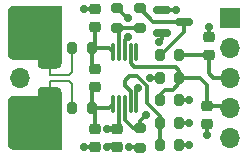
<source format=gbr>
%TF.GenerationSoftware,KiCad,Pcbnew,7.0.9*%
%TF.CreationDate,2024-01-07T19:57:38+00:00*%
%TF.ProjectId,INA381 Breakout,494e4133-3831-4204-9272-65616b6f7574,V24.01.0.1*%
%TF.SameCoordinates,PX8841978PY54c5a90*%
%TF.FileFunction,Copper,L1,Top*%
%TF.FilePolarity,Positive*%
%FSLAX46Y46*%
G04 Gerber Fmt 4.6, Leading zero omitted, Abs format (unit mm)*
G04 Created by KiCad (PCBNEW 7.0.9) date 2024-01-07 19:57:38*
%MOMM*%
%LPD*%
G01*
G04 APERTURE LIST*
G04 Aperture macros list*
%AMRoundRect*
0 Rectangle with rounded corners*
0 $1 Rounding radius*
0 $2 $3 $4 $5 $6 $7 $8 $9 X,Y pos of 4 corners*
0 Add a 4 corners polygon primitive as box body*
4,1,4,$2,$3,$4,$5,$6,$7,$8,$9,$2,$3,0*
0 Add four circle primitives for the rounded corners*
1,1,$1+$1,$2,$3*
1,1,$1+$1,$4,$5*
1,1,$1+$1,$6,$7*
1,1,$1+$1,$8,$9*
0 Add four rect primitives between the rounded corners*
20,1,$1+$1,$2,$3,$4,$5,0*
20,1,$1+$1,$4,$5,$6,$7,0*
20,1,$1+$1,$6,$7,$8,$9,0*
20,1,$1+$1,$8,$9,$2,$3,0*%
G04 Aperture macros list end*
%TA.AperFunction,SMDPad,CuDef*%
%ADD10RoundRect,0.225000X-0.250000X0.225000X-0.250000X-0.225000X0.250000X-0.225000X0.250000X0.225000X0*%
%TD*%
%TA.AperFunction,SMDPad,CuDef*%
%ADD11RoundRect,0.200000X0.275000X-0.200000X0.275000X0.200000X-0.275000X0.200000X-0.275000X-0.200000X0*%
%TD*%
%TA.AperFunction,SMDPad,CuDef*%
%ADD12RoundRect,0.225000X0.250000X-0.225000X0.250000X0.225000X-0.250000X0.225000X-0.250000X-0.225000X0*%
%TD*%
%TA.AperFunction,SMDPad,CuDef*%
%ADD13RoundRect,0.200000X-0.200000X-0.275000X0.200000X-0.275000X0.200000X0.275000X-0.200000X0.275000X0*%
%TD*%
%TA.AperFunction,SMDPad,CuDef*%
%ADD14RoundRect,0.250000X0.625000X-0.312500X0.625000X0.312500X-0.625000X0.312500X-0.625000X-0.312500X0*%
%TD*%
%TA.AperFunction,SMDPad,CuDef*%
%ADD15RoundRect,0.075000X0.075000X-0.650000X0.075000X0.650000X-0.075000X0.650000X-0.075000X-0.650000X0*%
%TD*%
%TA.AperFunction,SMDPad,CuDef*%
%ADD16RoundRect,0.150000X-0.587500X-0.150000X0.587500X-0.150000X0.587500X0.150000X-0.587500X0.150000X0*%
%TD*%
%TA.AperFunction,SMDPad,CuDef*%
%ADD17RoundRect,0.200000X0.200000X0.275000X-0.200000X0.275000X-0.200000X-0.275000X0.200000X-0.275000X0*%
%TD*%
%TA.AperFunction,SMDPad,CuDef*%
%ADD18R,2.000000X2.000000*%
%TD*%
%TA.AperFunction,ComponentPad*%
%ADD19R,1.700000X1.700000*%
%TD*%
%TA.AperFunction,ComponentPad*%
%ADD20O,1.700000X1.700000*%
%TD*%
%TA.AperFunction,ViaPad*%
%ADD21C,0.700000*%
%TD*%
%TA.AperFunction,Conductor*%
%ADD22C,0.300000*%
%TD*%
%TA.AperFunction,Conductor*%
%ADD23C,0.500000*%
%TD*%
%TA.AperFunction,Conductor*%
%ADD24C,0.127000*%
%TD*%
G04 APERTURE END LIST*
D10*
%TO.P,C6,1*%
%TO.N,/CMPREF*%
X15875000Y-2400000D03*
%TO.P,C6,2*%
%TO.N,GND*%
X15875000Y-3950000D03*
%TD*%
D11*
%TO.P,R3,1*%
%TO.N,/VOUT*%
X10160000Y4245000D03*
%TO.P,R3,2*%
%TO.N,Net-(D1-COM)*%
X10160000Y5895000D03*
%TD*%
D12*
%TO.P,C2,1*%
%TO.N,/IN+*%
X6350000Y-785000D03*
%TO.P,C2,2*%
%TO.N,/IN-*%
X6350000Y765000D03*
%TD*%
D13*
%TO.P,R7,1*%
%TO.N,VDD*%
X11875000Y-10000D03*
%TO.P,R7,2*%
%TO.N,/CMPREF*%
X13525000Y-10000D03*
%TD*%
D12*
%TO.P,C5,1*%
%TO.N,/IN-*%
X6350000Y4295000D03*
%TO.P,C5,2*%
%TO.N,GND*%
X6350000Y5845000D03*
%TD*%
D14*
%TO.P,R5,1*%
%TO.N,/RES+*%
X2540000Y-1472500D03*
%TO.P,R5,2*%
%TO.N,/RES-*%
X2540000Y1452500D03*
%TD*%
D15*
%TO.P,U1,1,IN+*%
%TO.N,/IN+*%
X7890000Y-2210000D03*
%TO.P,U1,2,VS+*%
%TO.N,VDD*%
X8390000Y-2210000D03*
%TO.P,U1,3,~{ALERT}*%
%TO.N,/~{ALERT}*%
X8890000Y-2210000D03*
%TO.P,U1,4,RESET*%
%TO.N,/RESET*%
X9390000Y-2210000D03*
%TO.P,U1,5,GND*%
%TO.N,GND*%
X9890000Y-2210000D03*
%TO.P,U1,6,NC*%
%TO.N,unconnected-(U1-NC-Pad6)*%
X9890000Y2190000D03*
%TO.P,U1,7,CMPREF*%
%TO.N,/CMPREF*%
X9390000Y2190000D03*
%TO.P,U1,8,CMPIN*%
%TO.N,/CMPIN*%
X8890000Y2190000D03*
%TO.P,U1,9,VOUT*%
%TO.N,/VOUT*%
X8390000Y2190000D03*
%TO.P,U1,10,IN-*%
%TO.N,/IN-*%
X7890000Y2190000D03*
%TD*%
D16*
%TO.P,D1,1,A*%
%TO.N,GND*%
X12065000Y5700000D03*
%TO.P,D1,2,K*%
%TO.N,VDD*%
X12065000Y3800000D03*
%TO.P,D1,3,COM*%
%TO.N,Net-(D1-COM)*%
X13940000Y4750000D03*
%TD*%
D11*
%TO.P,R6,1*%
%TO.N,/VOUT*%
X8255000Y4245000D03*
%TO.P,R6,2*%
%TO.N,/CMPIN*%
X8255000Y5895000D03*
%TD*%
D13*
%TO.P,R11,1*%
%TO.N,/RESET*%
X11875000Y-5725000D03*
%TO.P,R11,2*%
%TO.N,GND*%
X13525000Y-5725000D03*
%TD*%
D12*
%TO.P,C3,1*%
%TO.N,Net-(J1-Pin_3)*%
X16002000Y1905000D03*
%TO.P,C3,2*%
%TO.N,GND*%
X16002000Y3455000D03*
%TD*%
D17*
%TO.P,R9,1*%
%TO.N,VDD*%
X13525000Y-3820000D03*
%TO.P,R9,2*%
%TO.N,/RESET*%
X11875000Y-3820000D03*
%TD*%
D13*
%TO.P,R10,1*%
%TO.N,/CMPREF*%
X11875000Y-1915000D03*
%TO.P,R10,2*%
%TO.N,GND*%
X13525000Y-1915000D03*
%TD*%
%TO.P,R4,1*%
%TO.N,Net-(D1-COM)*%
X11875000Y1895000D03*
%TO.P,R4,2*%
%TO.N,Net-(J1-Pin_3)*%
X13525000Y1895000D03*
%TD*%
D10*
%TO.P,C4,1*%
%TO.N,/IN+*%
X6350000Y-4315000D03*
%TO.P,C4,2*%
%TO.N,GND*%
X6350000Y-5865000D03*
%TD*%
D18*
%TO.P,J3,1,Pin_1*%
%TO.N,/RES+*%
X2540000Y-5090000D03*
%TD*%
D13*
%TO.P,R2,1*%
%TO.N,/RES+*%
X4445000Y-2550000D03*
%TO.P,R2,2*%
%TO.N,/IN+*%
X6095000Y-2550000D03*
%TD*%
%TO.P,R8,1*%
%TO.N,/RES-*%
X4445000Y2530000D03*
%TO.P,R8,2*%
%TO.N,/IN-*%
X6095000Y2530000D03*
%TD*%
D12*
%TO.P,C1,1*%
%TO.N,GND*%
X8255000Y-5865000D03*
%TO.P,C1,2*%
%TO.N,VDD*%
X8255000Y-4315000D03*
%TD*%
D18*
%TO.P,J5,1,Pin_1*%
%TO.N,/RES-*%
X2540000Y5080000D03*
%TD*%
D11*
%TO.P,R1,1*%
%TO.N,VDD*%
X10160000Y-5915000D03*
%TO.P,R1,2*%
%TO.N,/~{ALERT}*%
X10160000Y-4265000D03*
%TD*%
D19*
%TO.P,J1,1,Pin_1*%
%TO.N,VDD*%
X17780000Y5080000D03*
D20*
%TO.P,J1,2,Pin_2*%
%TO.N,/~{ALERT}*%
X17780000Y2540000D03*
%TO.P,J1,3,Pin_3*%
%TO.N,Net-(J1-Pin_3)*%
X17780000Y0D03*
%TO.P,J1,4,Pin_4*%
%TO.N,/CMPREF*%
X17780000Y-2540000D03*
%TO.P,J1,5,Pin_5*%
%TO.N,GND*%
X17780000Y-5080000D03*
%TD*%
D19*
%TO.P,J2,1,Pin_1*%
%TO.N,/RES+*%
X0Y-5080000D03*
D20*
%TO.P,J2,2,Pin_2*%
X0Y-2540000D03*
%TO.P,J2,3,Pin_3*%
%TO.N,unconnected-(J2-Pin_3-Pad3)*%
X0Y0D03*
%TO.P,J2,4,Pin_4*%
%TO.N,/RES-*%
X0Y2540000D03*
%TO.P,J2,5,Pin_5*%
X0Y5080000D03*
%TD*%
D21*
%TO.N,GND*%
X15875000Y-4826000D03*
X5474000Y-5865000D03*
X13208000Y5700000D03*
X14351000Y-1915000D03*
X14351000Y-5725000D03*
X16002000Y4318000D03*
X9981750Y-837750D03*
X5461000Y5845000D03*
X7366000Y-5842000D03*
%TO.N,VDD*%
X11811000Y3048000D03*
X11049000Y-10000D03*
X14351000Y-3834500D03*
X9271000Y-5842000D03*
X7366000Y-4318000D03*
%TO.N,/~{ALERT}*%
X10668000Y-3185000D03*
%TO.N,/CMPIN*%
X9144000Y5080000D03*
X9144000Y3429000D03*
%TD*%
D22*
%TO.N,GND*%
X15875000Y-3950000D02*
X15875000Y-4826000D01*
%TO.N,/CMPREF*%
X15230000Y-10000D02*
X13525000Y-10000D01*
X15240000Y0D02*
X15230000Y-10000D01*
X15875000Y-635000D02*
X15240000Y0D01*
X15875000Y-2400000D02*
X15875000Y-635000D01*
X17640000Y-2400000D02*
X17780000Y-2540000D01*
X15875000Y-2400000D02*
X17640000Y-2400000D01*
D23*
%TO.N,GND*%
X7410341Y-5797659D02*
X8255000Y-5797659D01*
X7366000Y-5842000D02*
X7410341Y-5797659D01*
D22*
X13525000Y-1915000D02*
X14351000Y-1915000D01*
X8255000Y-5865000D02*
X8255000Y-5797659D01*
X9890000Y-929500D02*
X9890000Y-2210000D01*
X16002000Y3455000D02*
X16002000Y4318000D01*
X9981750Y-837750D02*
X9890000Y-929500D01*
X5461000Y5845000D02*
X6350000Y5845000D01*
X13208000Y5700000D02*
X12065000Y5700000D01*
X5474000Y-5865000D02*
X6350000Y-5865000D01*
X13525000Y-5725000D02*
X14351000Y-5725000D01*
%TO.N,VDD*%
X8390000Y-2210000D02*
X8390000Y-4180000D01*
X10087000Y-5842000D02*
X10160000Y-5915000D01*
X11811000Y3048000D02*
X12065000Y3302000D01*
X9271000Y-5842000D02*
X10087000Y-5842000D01*
X8390000Y-4180000D02*
X8255000Y-4315000D01*
X14351000Y-3834500D02*
X14336500Y-3820000D01*
X12065000Y3302000D02*
X12065000Y3800000D01*
D23*
X7366000Y-4318000D02*
X8252000Y-4318000D01*
X8252000Y-4318000D02*
X8255000Y-4315000D01*
D22*
X11049000Y-10000D02*
X11875000Y-10000D01*
X14336500Y-3820000D02*
X13525000Y-3820000D01*
%TO.N,Net-(J1-Pin_3)*%
X16002000Y381000D02*
X16383000Y0D01*
X16383000Y0D02*
X17780000Y0D01*
X13525000Y1895000D02*
X15992000Y1895000D01*
X16002000Y1905000D02*
X16002000Y381000D01*
X15992000Y1895000D02*
X16002000Y1905000D01*
%TO.N,Net-(D1-COM)*%
X11928000Y1895000D02*
X13940000Y3907000D01*
X11305000Y4750000D02*
X13940000Y4750000D01*
X10160000Y5895000D02*
X11305000Y4750000D01*
X13940000Y3907000D02*
X13940000Y4750000D01*
X11875000Y1895000D02*
X11928000Y1895000D01*
D24*
%TO.N,/RES+*%
X2540000Y-264000D02*
X2540000Y-1472500D01*
X4445000Y-518000D02*
X4191000Y-264000D01*
X4191000Y-264000D02*
X2540000Y-264000D01*
X4445000Y-2550000D02*
X4445000Y-518000D01*
%TO.N,/RES-*%
X4191000Y244000D02*
X2540000Y244000D01*
X4445000Y2530000D02*
X4445000Y498000D01*
X4445000Y498000D02*
X4191000Y244000D01*
X2540000Y244000D02*
X2540000Y1452500D01*
D22*
%TO.N,/IN+*%
X7550000Y-2550000D02*
X7890000Y-2210000D01*
X6350000Y-4315000D02*
X6350000Y-2805000D01*
X6095000Y-2550000D02*
X7550000Y-2550000D01*
X6350000Y-2805000D02*
X6095000Y-2550000D01*
X6095000Y-2550000D02*
X6095000Y-1040000D01*
X6095000Y-1040000D02*
X6350000Y-785000D01*
%TO.N,/IN-*%
X6095000Y2530000D02*
X7550000Y2530000D01*
X6350000Y2785000D02*
X6095000Y2530000D01*
X6095000Y1020000D02*
X6350000Y765000D01*
X6095000Y2530000D02*
X6095000Y1020000D01*
X6350000Y4295000D02*
X6350000Y2785000D01*
X7550000Y2530000D02*
X7890000Y2190000D01*
%TO.N,/~{ALERT}*%
X8890000Y-2210000D02*
X8890000Y-3556000D01*
X9599000Y-4265000D02*
X10160000Y-4265000D01*
X8890000Y-3556000D02*
X9599000Y-4265000D01*
X10160000Y-3693000D02*
X10160000Y-4265000D01*
X10668000Y-3185000D02*
X10160000Y-3693000D01*
%TO.N,/CMPREF*%
X13208000Y889000D02*
X13525000Y572000D01*
X9390000Y2190000D02*
X9390000Y1216642D01*
X9717642Y889000D02*
X13208000Y889000D01*
X12319000Y-1016000D02*
X11875000Y-1460000D01*
X13525000Y572000D02*
X13525000Y-10000D01*
X9390000Y1216642D02*
X9717642Y889000D01*
X13525000Y-455000D02*
X12964000Y-1016000D01*
X12964000Y-1016000D02*
X12319000Y-1016000D01*
X11875000Y-1460000D02*
X11875000Y-1915000D01*
X13525000Y-10000D02*
X13525000Y-455000D01*
%TO.N,/VOUT*%
X8390000Y4110000D02*
X8255000Y4245000D01*
X8390000Y2190000D02*
X8390000Y4110000D01*
X8255000Y4245000D02*
X10160000Y4245000D01*
%TO.N,/CMPIN*%
X8890000Y3175000D02*
X8890000Y2190000D01*
X9144000Y3429000D02*
X8890000Y3175000D01*
X9070000Y5080000D02*
X8255000Y5895000D01*
X9144000Y5080000D02*
X9070000Y5080000D01*
%TO.N,/RESET*%
X11875000Y-3820000D02*
X11875000Y-5725000D01*
X10795000Y-2159000D02*
X11875000Y-3239000D01*
X11875000Y-3239000D02*
X11875000Y-3820000D01*
X9390000Y-1165239D02*
X8890000Y-665239D01*
X8890000Y-254000D02*
X9271000Y127000D01*
X10795000Y-731761D02*
X10795000Y-2159000D01*
X9271000Y127000D02*
X9936239Y127000D01*
X8890000Y-665239D02*
X8890000Y-254000D01*
X9936239Y127000D02*
X10795000Y-731761D01*
X9390000Y-2210000D02*
X9390000Y-1165239D01*
%TD*%
%TA.AperFunction,Conductor*%
%TO.N,/RES+*%
G36*
X3060031Y-762530D02*
G01*
X3151879Y-774622D01*
X3169223Y-776906D01*
X3200491Y-785284D01*
X3290918Y-822740D01*
X3318952Y-838925D01*
X3396602Y-898509D01*
X3419491Y-921398D01*
X3479074Y-999048D01*
X3495259Y-1027081D01*
X3532715Y-1117508D01*
X3541093Y-1148775D01*
X3555469Y-1257964D01*
X3556000Y-1266065D01*
X3556000Y-5591934D01*
X3555469Y-5600035D01*
X3541093Y-5709224D01*
X3532715Y-5740491D01*
X3495259Y-5830918D01*
X3479074Y-5858951D01*
X3419491Y-5936601D01*
X3396601Y-5959491D01*
X3318951Y-6019074D01*
X3290918Y-6035259D01*
X3200491Y-6072715D01*
X3169224Y-6081093D01*
X3080783Y-6092737D01*
X3060031Y-6095469D01*
X3051934Y-6096000D01*
X-511934Y-6096000D01*
X-520032Y-6095469D01*
X-543543Y-6092374D01*
X-629225Y-6081093D01*
X-660492Y-6072715D01*
X-750919Y-6035259D01*
X-778952Y-6019074D01*
X-856602Y-5959491D01*
X-879492Y-5936601D01*
X-939075Y-5858951D01*
X-955260Y-5830918D01*
X-992716Y-5740491D01*
X-1001094Y-5709223D01*
X-1015469Y-5600035D01*
X-1016000Y-5591933D01*
X-1016000Y-2028066D01*
X-1015469Y-2019964D01*
X-1001094Y-1910776D01*
X-992716Y-1879508D01*
X-955260Y-1789081D01*
X-939077Y-1761050D01*
X-879487Y-1683392D01*
X-856608Y-1660513D01*
X-778950Y-1600923D01*
X-750921Y-1584740D01*
X-660491Y-1547283D01*
X-629225Y-1538906D01*
X-520033Y-1524530D01*
X-511933Y-1524000D01*
X1143005Y-1524000D01*
X1524000Y-1524000D01*
X1524000Y-1143000D01*
X1539576Y-1044652D01*
X1551560Y-1007771D01*
X1587851Y-936546D01*
X1610648Y-905170D01*
X1667170Y-848648D01*
X1698546Y-825851D01*
X1769771Y-789560D01*
X1806654Y-777576D01*
X1895369Y-763525D01*
X1914756Y-762000D01*
X3051933Y-762000D01*
X3060031Y-762530D01*
G37*
%TD.AperFunction*%
%TD*%
%TA.AperFunction,Conductor*%
%TO.N,/RES-*%
G36*
X3060031Y6095470D02*
G01*
X3151879Y6083378D01*
X3169223Y6081094D01*
X3200491Y6072716D01*
X3290918Y6035260D01*
X3318952Y6019075D01*
X3396602Y5959491D01*
X3419491Y5936602D01*
X3479074Y5858952D01*
X3495259Y5830919D01*
X3532715Y5740492D01*
X3541093Y5709225D01*
X3555469Y5600036D01*
X3556000Y5591935D01*
X3556000Y1266066D01*
X3555469Y1257965D01*
X3541093Y1148776D01*
X3532715Y1117509D01*
X3495259Y1027082D01*
X3479074Y999049D01*
X3419491Y921399D01*
X3396601Y898509D01*
X3318951Y838926D01*
X3290918Y822741D01*
X3200491Y785285D01*
X3169224Y776907D01*
X3080783Y765263D01*
X3060031Y762531D01*
X3051934Y762000D01*
X1914756Y762000D01*
X1895359Y763527D01*
X1852506Y770314D01*
X1806662Y777575D01*
X1769765Y789564D01*
X1698551Y825850D01*
X1667167Y848652D01*
X1610651Y905168D01*
X1587850Y936550D01*
X1551561Y1007770D01*
X1539576Y1044655D01*
X1524000Y1143000D01*
X1524000Y1524000D01*
X1143005Y1524000D01*
X-511934Y1524000D01*
X-520032Y1524531D01*
X-543543Y1527626D01*
X-629225Y1538907D01*
X-660492Y1547285D01*
X-750919Y1584741D01*
X-778952Y1600926D01*
X-856602Y1660509D01*
X-879492Y1683399D01*
X-939075Y1761049D01*
X-955260Y1789082D01*
X-992716Y1879509D01*
X-1001094Y1910777D01*
X-1015469Y2019965D01*
X-1016000Y2028067D01*
X-1016000Y5591934D01*
X-1015469Y5600036D01*
X-1001094Y5709224D01*
X-992716Y5740492D01*
X-955260Y5830919D01*
X-939077Y5858950D01*
X-879487Y5936608D01*
X-856608Y5959487D01*
X-778950Y6019077D01*
X-750921Y6035260D01*
X-660491Y6072717D01*
X-629225Y6081094D01*
X-520033Y6095470D01*
X-511933Y6096000D01*
X3051933Y6096000D01*
X3060031Y6095470D01*
G37*
%TD.AperFunction*%
%TD*%
M02*

</source>
